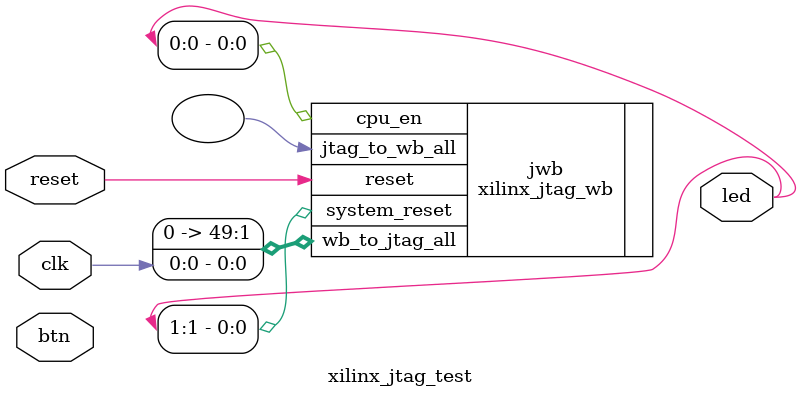
<source format=v>
`timescale 1ns / 1ps
`timescale 1 ps / 1 ps

module xilinx_jtag_test (
    input clk,
    input reset,
    output [3: 0]led,
    input  [3: 0]btn
);
    
    
   
    
    parameter JDw=32;
    parameter JAw=32;
    parameter JINDEXw=8;
    parameter JSTATUSw=8;
    
    
   
   
    localparam  J2WBw= 1+1+JDw+JAw;
    localparam  WB2Jw=1+JSTATUSw+JINDEXw+1+JDw;
    
    
   

 xilinx_jtag_wb #(
    .JWB_NUM(1),
    .JDw(32),
    .JAw(32),
    .JINDEXw(8),
    .JSTATUSw(8),
    .CTRL_REG_INDEX(127)

)
jwb
(
   // clk, get the clock from wb interface
    .reset(reset),
    .cpu_en(led[0]),
    .system_reset(led[1]),
    .wb_to_jtag_all({{WB2Jw-1{1'b0}} ,clk}),
    .jtag_to_wb_all()
);

 
 
 /*
 reg ack;
 wire stb;
 wire we;
 wire [JDw-1 : 0] jtag_dout;
 always @ (posedge clk) ack<=stb;
 
  xilinx_jtag_mem_ctrl #(
    .Dw(32),
    .Aw(32),
    .INDEXw(8),
    .STATUSw(8)
)uut
(
       
    .wb_to_jtag_status(8'hCD),
    .wb_to_jtag_dat(32'hDEADBEEF),
    .wb_to_jtag_ack(ack),
    
    .jtag_to_wb_ir(),
    .jtag_to_wb_index(),
    .jtag_to_wb_dat(jtag_dout),
    .jtag_to_wb_addr(),
    .jtag_to_wb_stb(stb),
    .jtag_to_wb_we(we),
        
    .reset(reset),
    .clk(clk)
);
   
reg [3:0] dout; 
always @(posedge clk)begin 
    if(stb & we) dout <= jtag_dout[3:0];
end   

assign led = dout;
*/    
    
endmodule



 

</source>
